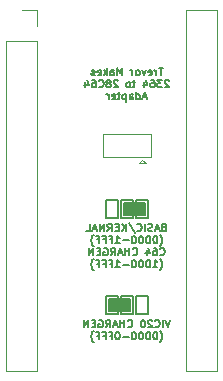
<source format=gbr>
%TF.GenerationSoftware,KiCad,Pcbnew,8.0.3*%
%TF.CreationDate,2024-06-13T03:25:15-07:00*%
%TF.ProjectId,rom adapter,726f6d20-6164-4617-9074-65722e6b6963,rev?*%
%TF.SameCoordinates,Original*%
%TF.FileFunction,Legend,Bot*%
%TF.FilePolarity,Positive*%
%FSLAX46Y46*%
G04 Gerber Fmt 4.6, Leading zero omitted, Abs format (unit mm)*
G04 Created by KiCad (PCBNEW 8.0.3) date 2024-06-13 03:25:15*
%MOMM*%
%LPD*%
G01*
G04 APERTURE LIST*
%ADD10C,0.150000*%
%ADD11C,0.120000*%
G04 APERTURE END LIST*
D10*
X132842000Y-99060000D02*
X133858000Y-99060000D01*
X133858000Y-100584000D01*
X132842000Y-100584000D01*
X132842000Y-99060000D01*
X133096000Y-91186000D02*
X134874000Y-91186000D01*
X134874000Y-92202000D01*
X133096000Y-92202000D01*
X133096000Y-91186000D01*
G36*
X133096000Y-91186000D02*
G01*
X134874000Y-91186000D01*
X134874000Y-92202000D01*
X133096000Y-92202000D01*
X133096000Y-91186000D01*
G37*
X134112000Y-90932000D02*
X135128000Y-90932000D01*
X135128000Y-92456000D01*
X134112000Y-92456000D01*
X134112000Y-90932000D01*
X134112000Y-99060000D02*
X135128000Y-99060000D01*
X135128000Y-100584000D01*
X134112000Y-100584000D01*
X134112000Y-99060000D01*
X131572000Y-90932000D02*
X132588000Y-90932000D01*
X132588000Y-92456000D01*
X131572000Y-92456000D01*
X131572000Y-90932000D01*
X132842000Y-90932000D02*
X133858000Y-90932000D01*
X133858000Y-92456000D01*
X132842000Y-92456000D01*
X132842000Y-90932000D01*
X131572000Y-99060000D02*
X132588000Y-99060000D01*
X132588000Y-100584000D01*
X131572000Y-100584000D01*
X131572000Y-99060000D01*
X131826000Y-99314000D02*
X133604000Y-99314000D01*
X133604000Y-100330000D01*
X131826000Y-100330000D01*
X131826000Y-99314000D01*
G36*
X131826000Y-99314000D02*
G01*
X133604000Y-99314000D01*
X133604000Y-100330000D01*
X131826000Y-100330000D01*
X131826000Y-99314000D01*
G37*
X136464523Y-93288927D02*
X136373809Y-93319165D01*
X136373809Y-93319165D02*
X136343571Y-93349403D01*
X136343571Y-93349403D02*
X136313333Y-93409879D01*
X136313333Y-93409879D02*
X136313333Y-93500593D01*
X136313333Y-93500593D02*
X136343571Y-93561069D01*
X136343571Y-93561069D02*
X136373809Y-93591308D01*
X136373809Y-93591308D02*
X136434285Y-93621546D01*
X136434285Y-93621546D02*
X136676190Y-93621546D01*
X136676190Y-93621546D02*
X136676190Y-92986546D01*
X136676190Y-92986546D02*
X136464523Y-92986546D01*
X136464523Y-92986546D02*
X136404047Y-93016784D01*
X136404047Y-93016784D02*
X136373809Y-93047022D01*
X136373809Y-93047022D02*
X136343571Y-93107498D01*
X136343571Y-93107498D02*
X136343571Y-93167974D01*
X136343571Y-93167974D02*
X136373809Y-93228450D01*
X136373809Y-93228450D02*
X136404047Y-93258688D01*
X136404047Y-93258688D02*
X136464523Y-93288927D01*
X136464523Y-93288927D02*
X136676190Y-93288927D01*
X136071428Y-93440117D02*
X135769047Y-93440117D01*
X136131904Y-93621546D02*
X135920238Y-92986546D01*
X135920238Y-92986546D02*
X135708571Y-93621546D01*
X135527142Y-93591308D02*
X135436428Y-93621546D01*
X135436428Y-93621546D02*
X135285237Y-93621546D01*
X135285237Y-93621546D02*
X135224761Y-93591308D01*
X135224761Y-93591308D02*
X135194523Y-93561069D01*
X135194523Y-93561069D02*
X135164285Y-93500593D01*
X135164285Y-93500593D02*
X135164285Y-93440117D01*
X135164285Y-93440117D02*
X135194523Y-93379641D01*
X135194523Y-93379641D02*
X135224761Y-93349403D01*
X135224761Y-93349403D02*
X135285237Y-93319165D01*
X135285237Y-93319165D02*
X135406190Y-93288927D01*
X135406190Y-93288927D02*
X135466666Y-93258688D01*
X135466666Y-93258688D02*
X135496904Y-93228450D01*
X135496904Y-93228450D02*
X135527142Y-93167974D01*
X135527142Y-93167974D02*
X135527142Y-93107498D01*
X135527142Y-93107498D02*
X135496904Y-93047022D01*
X135496904Y-93047022D02*
X135466666Y-93016784D01*
X135466666Y-93016784D02*
X135406190Y-92986546D01*
X135406190Y-92986546D02*
X135254999Y-92986546D01*
X135254999Y-92986546D02*
X135164285Y-93016784D01*
X134892142Y-93621546D02*
X134892142Y-92986546D01*
X134226904Y-93561069D02*
X134257142Y-93591308D01*
X134257142Y-93591308D02*
X134347856Y-93621546D01*
X134347856Y-93621546D02*
X134408332Y-93621546D01*
X134408332Y-93621546D02*
X134499047Y-93591308D01*
X134499047Y-93591308D02*
X134559523Y-93530831D01*
X134559523Y-93530831D02*
X134589761Y-93470355D01*
X134589761Y-93470355D02*
X134619999Y-93349403D01*
X134619999Y-93349403D02*
X134619999Y-93258688D01*
X134619999Y-93258688D02*
X134589761Y-93137736D01*
X134589761Y-93137736D02*
X134559523Y-93077260D01*
X134559523Y-93077260D02*
X134499047Y-93016784D01*
X134499047Y-93016784D02*
X134408332Y-92986546D01*
X134408332Y-92986546D02*
X134347856Y-92986546D01*
X134347856Y-92986546D02*
X134257142Y-93016784D01*
X134257142Y-93016784D02*
X134226904Y-93047022D01*
X133501190Y-92956308D02*
X134045475Y-93772736D01*
X133289523Y-93621546D02*
X133289523Y-92986546D01*
X132926666Y-93621546D02*
X133198809Y-93258688D01*
X132926666Y-92986546D02*
X133289523Y-93349403D01*
X132654523Y-93288927D02*
X132442856Y-93288927D01*
X132352142Y-93621546D02*
X132654523Y-93621546D01*
X132654523Y-93621546D02*
X132654523Y-92986546D01*
X132654523Y-92986546D02*
X132352142Y-92986546D01*
X131717142Y-93621546D02*
X131928809Y-93319165D01*
X132079999Y-93621546D02*
X132079999Y-92986546D01*
X132079999Y-92986546D02*
X131838094Y-92986546D01*
X131838094Y-92986546D02*
X131777618Y-93016784D01*
X131777618Y-93016784D02*
X131747380Y-93047022D01*
X131747380Y-93047022D02*
X131717142Y-93107498D01*
X131717142Y-93107498D02*
X131717142Y-93198212D01*
X131717142Y-93198212D02*
X131747380Y-93258688D01*
X131747380Y-93258688D02*
X131777618Y-93288927D01*
X131777618Y-93288927D02*
X131838094Y-93319165D01*
X131838094Y-93319165D02*
X132079999Y-93319165D01*
X131444999Y-93621546D02*
X131444999Y-92986546D01*
X131444999Y-92986546D02*
X131082142Y-93621546D01*
X131082142Y-93621546D02*
X131082142Y-92986546D01*
X130809999Y-93440117D02*
X130507618Y-93440117D01*
X130870475Y-93621546D02*
X130658809Y-92986546D01*
X130658809Y-92986546D02*
X130447142Y-93621546D01*
X129933094Y-93621546D02*
X130235475Y-93621546D01*
X130235475Y-93621546D02*
X130235475Y-92986546D01*
X136162142Y-94885764D02*
X136192381Y-94855526D01*
X136192381Y-94855526D02*
X136252857Y-94764812D01*
X136252857Y-94764812D02*
X136283095Y-94704336D01*
X136283095Y-94704336D02*
X136313333Y-94613622D01*
X136313333Y-94613622D02*
X136343571Y-94462431D01*
X136343571Y-94462431D02*
X136343571Y-94341479D01*
X136343571Y-94341479D02*
X136313333Y-94190288D01*
X136313333Y-94190288D02*
X136283095Y-94099574D01*
X136283095Y-94099574D02*
X136252857Y-94039098D01*
X136252857Y-94039098D02*
X136192381Y-93948383D01*
X136192381Y-93948383D02*
X136162142Y-93918145D01*
X135799286Y-94008860D02*
X135738809Y-94008860D01*
X135738809Y-94008860D02*
X135678333Y-94039098D01*
X135678333Y-94039098D02*
X135648095Y-94069336D01*
X135648095Y-94069336D02*
X135617857Y-94129812D01*
X135617857Y-94129812D02*
X135587619Y-94250764D01*
X135587619Y-94250764D02*
X135587619Y-94401955D01*
X135587619Y-94401955D02*
X135617857Y-94522907D01*
X135617857Y-94522907D02*
X135648095Y-94583383D01*
X135648095Y-94583383D02*
X135678333Y-94613622D01*
X135678333Y-94613622D02*
X135738809Y-94643860D01*
X135738809Y-94643860D02*
X135799286Y-94643860D01*
X135799286Y-94643860D02*
X135859762Y-94613622D01*
X135859762Y-94613622D02*
X135890000Y-94583383D01*
X135890000Y-94583383D02*
X135920238Y-94522907D01*
X135920238Y-94522907D02*
X135950476Y-94401955D01*
X135950476Y-94401955D02*
X135950476Y-94250764D01*
X135950476Y-94250764D02*
X135920238Y-94129812D01*
X135920238Y-94129812D02*
X135890000Y-94069336D01*
X135890000Y-94069336D02*
X135859762Y-94039098D01*
X135859762Y-94039098D02*
X135799286Y-94008860D01*
X135194524Y-94008860D02*
X135134047Y-94008860D01*
X135134047Y-94008860D02*
X135073571Y-94039098D01*
X135073571Y-94039098D02*
X135043333Y-94069336D01*
X135043333Y-94069336D02*
X135013095Y-94129812D01*
X135013095Y-94129812D02*
X134982857Y-94250764D01*
X134982857Y-94250764D02*
X134982857Y-94401955D01*
X134982857Y-94401955D02*
X135013095Y-94522907D01*
X135013095Y-94522907D02*
X135043333Y-94583383D01*
X135043333Y-94583383D02*
X135073571Y-94613622D01*
X135073571Y-94613622D02*
X135134047Y-94643860D01*
X135134047Y-94643860D02*
X135194524Y-94643860D01*
X135194524Y-94643860D02*
X135255000Y-94613622D01*
X135255000Y-94613622D02*
X135285238Y-94583383D01*
X135285238Y-94583383D02*
X135315476Y-94522907D01*
X135315476Y-94522907D02*
X135345714Y-94401955D01*
X135345714Y-94401955D02*
X135345714Y-94250764D01*
X135345714Y-94250764D02*
X135315476Y-94129812D01*
X135315476Y-94129812D02*
X135285238Y-94069336D01*
X135285238Y-94069336D02*
X135255000Y-94039098D01*
X135255000Y-94039098D02*
X135194524Y-94008860D01*
X134589762Y-94008860D02*
X134529285Y-94008860D01*
X134529285Y-94008860D02*
X134468809Y-94039098D01*
X134468809Y-94039098D02*
X134438571Y-94069336D01*
X134438571Y-94069336D02*
X134408333Y-94129812D01*
X134408333Y-94129812D02*
X134378095Y-94250764D01*
X134378095Y-94250764D02*
X134378095Y-94401955D01*
X134378095Y-94401955D02*
X134408333Y-94522907D01*
X134408333Y-94522907D02*
X134438571Y-94583383D01*
X134438571Y-94583383D02*
X134468809Y-94613622D01*
X134468809Y-94613622D02*
X134529285Y-94643860D01*
X134529285Y-94643860D02*
X134589762Y-94643860D01*
X134589762Y-94643860D02*
X134650238Y-94613622D01*
X134650238Y-94613622D02*
X134680476Y-94583383D01*
X134680476Y-94583383D02*
X134710714Y-94522907D01*
X134710714Y-94522907D02*
X134740952Y-94401955D01*
X134740952Y-94401955D02*
X134740952Y-94250764D01*
X134740952Y-94250764D02*
X134710714Y-94129812D01*
X134710714Y-94129812D02*
X134680476Y-94069336D01*
X134680476Y-94069336D02*
X134650238Y-94039098D01*
X134650238Y-94039098D02*
X134589762Y-94008860D01*
X133985000Y-94008860D02*
X133924523Y-94008860D01*
X133924523Y-94008860D02*
X133864047Y-94039098D01*
X133864047Y-94039098D02*
X133833809Y-94069336D01*
X133833809Y-94069336D02*
X133803571Y-94129812D01*
X133803571Y-94129812D02*
X133773333Y-94250764D01*
X133773333Y-94250764D02*
X133773333Y-94401955D01*
X133773333Y-94401955D02*
X133803571Y-94522907D01*
X133803571Y-94522907D02*
X133833809Y-94583383D01*
X133833809Y-94583383D02*
X133864047Y-94613622D01*
X133864047Y-94613622D02*
X133924523Y-94643860D01*
X133924523Y-94643860D02*
X133985000Y-94643860D01*
X133985000Y-94643860D02*
X134045476Y-94613622D01*
X134045476Y-94613622D02*
X134075714Y-94583383D01*
X134075714Y-94583383D02*
X134105952Y-94522907D01*
X134105952Y-94522907D02*
X134136190Y-94401955D01*
X134136190Y-94401955D02*
X134136190Y-94250764D01*
X134136190Y-94250764D02*
X134105952Y-94129812D01*
X134105952Y-94129812D02*
X134075714Y-94069336D01*
X134075714Y-94069336D02*
X134045476Y-94039098D01*
X134045476Y-94039098D02*
X133985000Y-94008860D01*
X133501190Y-94401955D02*
X133017381Y-94401955D01*
X132382381Y-94643860D02*
X132745238Y-94643860D01*
X132563810Y-94643860D02*
X132563810Y-94008860D01*
X132563810Y-94008860D02*
X132624286Y-94099574D01*
X132624286Y-94099574D02*
X132684762Y-94160050D01*
X132684762Y-94160050D02*
X132745238Y-94190288D01*
X131898571Y-94311241D02*
X132110238Y-94311241D01*
X132110238Y-94643860D02*
X132110238Y-94008860D01*
X132110238Y-94008860D02*
X131807857Y-94008860D01*
X131354285Y-94311241D02*
X131565952Y-94311241D01*
X131565952Y-94643860D02*
X131565952Y-94008860D01*
X131565952Y-94008860D02*
X131263571Y-94008860D01*
X130809999Y-94311241D02*
X131021666Y-94311241D01*
X131021666Y-94643860D02*
X131021666Y-94008860D01*
X131021666Y-94008860D02*
X130719285Y-94008860D01*
X130537856Y-94885764D02*
X130507618Y-94855526D01*
X130507618Y-94855526D02*
X130447142Y-94764812D01*
X130447142Y-94764812D02*
X130416904Y-94704336D01*
X130416904Y-94704336D02*
X130386666Y-94613622D01*
X130386666Y-94613622D02*
X130356428Y-94462431D01*
X130356428Y-94462431D02*
X130356428Y-94341479D01*
X130356428Y-94341479D02*
X130386666Y-94190288D01*
X130386666Y-94190288D02*
X130416904Y-94099574D01*
X130416904Y-94099574D02*
X130447142Y-94039098D01*
X130447142Y-94039098D02*
X130507618Y-93948383D01*
X130507618Y-93948383D02*
X130537856Y-93918145D01*
X136177262Y-95605697D02*
X136207500Y-95635936D01*
X136207500Y-95635936D02*
X136298214Y-95666174D01*
X136298214Y-95666174D02*
X136358690Y-95666174D01*
X136358690Y-95666174D02*
X136449405Y-95635936D01*
X136449405Y-95635936D02*
X136509881Y-95575459D01*
X136509881Y-95575459D02*
X136540119Y-95514983D01*
X136540119Y-95514983D02*
X136570357Y-95394031D01*
X136570357Y-95394031D02*
X136570357Y-95303316D01*
X136570357Y-95303316D02*
X136540119Y-95182364D01*
X136540119Y-95182364D02*
X136509881Y-95121888D01*
X136509881Y-95121888D02*
X136449405Y-95061412D01*
X136449405Y-95061412D02*
X136358690Y-95031174D01*
X136358690Y-95031174D02*
X136298214Y-95031174D01*
X136298214Y-95031174D02*
X136207500Y-95061412D01*
X136207500Y-95061412D02*
X136177262Y-95091650D01*
X135632976Y-95031174D02*
X135753929Y-95031174D01*
X135753929Y-95031174D02*
X135814405Y-95061412D01*
X135814405Y-95061412D02*
X135844643Y-95091650D01*
X135844643Y-95091650D02*
X135905119Y-95182364D01*
X135905119Y-95182364D02*
X135935357Y-95303316D01*
X135935357Y-95303316D02*
X135935357Y-95545221D01*
X135935357Y-95545221D02*
X135905119Y-95605697D01*
X135905119Y-95605697D02*
X135874881Y-95635936D01*
X135874881Y-95635936D02*
X135814405Y-95666174D01*
X135814405Y-95666174D02*
X135693452Y-95666174D01*
X135693452Y-95666174D02*
X135632976Y-95635936D01*
X135632976Y-95635936D02*
X135602738Y-95605697D01*
X135602738Y-95605697D02*
X135572500Y-95545221D01*
X135572500Y-95545221D02*
X135572500Y-95394031D01*
X135572500Y-95394031D02*
X135602738Y-95333555D01*
X135602738Y-95333555D02*
X135632976Y-95303316D01*
X135632976Y-95303316D02*
X135693452Y-95273078D01*
X135693452Y-95273078D02*
X135814405Y-95273078D01*
X135814405Y-95273078D02*
X135874881Y-95303316D01*
X135874881Y-95303316D02*
X135905119Y-95333555D01*
X135905119Y-95333555D02*
X135935357Y-95394031D01*
X135028214Y-95242840D02*
X135028214Y-95666174D01*
X135179405Y-95000936D02*
X135330595Y-95454507D01*
X135330595Y-95454507D02*
X134937500Y-95454507D01*
X133848928Y-95605697D02*
X133879166Y-95635936D01*
X133879166Y-95635936D02*
X133969880Y-95666174D01*
X133969880Y-95666174D02*
X134030356Y-95666174D01*
X134030356Y-95666174D02*
X134121071Y-95635936D01*
X134121071Y-95635936D02*
X134181547Y-95575459D01*
X134181547Y-95575459D02*
X134211785Y-95514983D01*
X134211785Y-95514983D02*
X134242023Y-95394031D01*
X134242023Y-95394031D02*
X134242023Y-95303316D01*
X134242023Y-95303316D02*
X134211785Y-95182364D01*
X134211785Y-95182364D02*
X134181547Y-95121888D01*
X134181547Y-95121888D02*
X134121071Y-95061412D01*
X134121071Y-95061412D02*
X134030356Y-95031174D01*
X134030356Y-95031174D02*
X133969880Y-95031174D01*
X133969880Y-95031174D02*
X133879166Y-95061412D01*
X133879166Y-95061412D02*
X133848928Y-95091650D01*
X133576785Y-95666174D02*
X133576785Y-95031174D01*
X133576785Y-95333555D02*
X133213928Y-95333555D01*
X133213928Y-95666174D02*
X133213928Y-95031174D01*
X132941785Y-95484745D02*
X132639404Y-95484745D01*
X133002261Y-95666174D02*
X132790595Y-95031174D01*
X132790595Y-95031174D02*
X132578928Y-95666174D01*
X132004404Y-95666174D02*
X132216071Y-95363793D01*
X132367261Y-95666174D02*
X132367261Y-95031174D01*
X132367261Y-95031174D02*
X132125356Y-95031174D01*
X132125356Y-95031174D02*
X132064880Y-95061412D01*
X132064880Y-95061412D02*
X132034642Y-95091650D01*
X132034642Y-95091650D02*
X132004404Y-95152126D01*
X132004404Y-95152126D02*
X132004404Y-95242840D01*
X132004404Y-95242840D02*
X132034642Y-95303316D01*
X132034642Y-95303316D02*
X132064880Y-95333555D01*
X132064880Y-95333555D02*
X132125356Y-95363793D01*
X132125356Y-95363793D02*
X132367261Y-95363793D01*
X131399642Y-95061412D02*
X131460118Y-95031174D01*
X131460118Y-95031174D02*
X131550832Y-95031174D01*
X131550832Y-95031174D02*
X131641547Y-95061412D01*
X131641547Y-95061412D02*
X131702023Y-95121888D01*
X131702023Y-95121888D02*
X131732261Y-95182364D01*
X131732261Y-95182364D02*
X131762499Y-95303316D01*
X131762499Y-95303316D02*
X131762499Y-95394031D01*
X131762499Y-95394031D02*
X131732261Y-95514983D01*
X131732261Y-95514983D02*
X131702023Y-95575459D01*
X131702023Y-95575459D02*
X131641547Y-95635936D01*
X131641547Y-95635936D02*
X131550832Y-95666174D01*
X131550832Y-95666174D02*
X131490356Y-95666174D01*
X131490356Y-95666174D02*
X131399642Y-95635936D01*
X131399642Y-95635936D02*
X131369404Y-95605697D01*
X131369404Y-95605697D02*
X131369404Y-95394031D01*
X131369404Y-95394031D02*
X131490356Y-95394031D01*
X131097261Y-95333555D02*
X130885594Y-95333555D01*
X130794880Y-95666174D02*
X131097261Y-95666174D01*
X131097261Y-95666174D02*
X131097261Y-95031174D01*
X131097261Y-95031174D02*
X130794880Y-95031174D01*
X130522737Y-95666174D02*
X130522737Y-95031174D01*
X130522737Y-95031174D02*
X130159880Y-95666174D01*
X130159880Y-95666174D02*
X130159880Y-95031174D01*
X136162142Y-96930392D02*
X136192381Y-96900154D01*
X136192381Y-96900154D02*
X136252857Y-96809440D01*
X136252857Y-96809440D02*
X136283095Y-96748964D01*
X136283095Y-96748964D02*
X136313333Y-96658250D01*
X136313333Y-96658250D02*
X136343571Y-96507059D01*
X136343571Y-96507059D02*
X136343571Y-96386107D01*
X136343571Y-96386107D02*
X136313333Y-96234916D01*
X136313333Y-96234916D02*
X136283095Y-96144202D01*
X136283095Y-96144202D02*
X136252857Y-96083726D01*
X136252857Y-96083726D02*
X136192381Y-95993011D01*
X136192381Y-95993011D02*
X136162142Y-95962773D01*
X135587619Y-96688488D02*
X135950476Y-96688488D01*
X135769048Y-96688488D02*
X135769048Y-96053488D01*
X135769048Y-96053488D02*
X135829524Y-96144202D01*
X135829524Y-96144202D02*
X135890000Y-96204678D01*
X135890000Y-96204678D02*
X135950476Y-96234916D01*
X135194524Y-96053488D02*
X135134047Y-96053488D01*
X135134047Y-96053488D02*
X135073571Y-96083726D01*
X135073571Y-96083726D02*
X135043333Y-96113964D01*
X135043333Y-96113964D02*
X135013095Y-96174440D01*
X135013095Y-96174440D02*
X134982857Y-96295392D01*
X134982857Y-96295392D02*
X134982857Y-96446583D01*
X134982857Y-96446583D02*
X135013095Y-96567535D01*
X135013095Y-96567535D02*
X135043333Y-96628011D01*
X135043333Y-96628011D02*
X135073571Y-96658250D01*
X135073571Y-96658250D02*
X135134047Y-96688488D01*
X135134047Y-96688488D02*
X135194524Y-96688488D01*
X135194524Y-96688488D02*
X135255000Y-96658250D01*
X135255000Y-96658250D02*
X135285238Y-96628011D01*
X135285238Y-96628011D02*
X135315476Y-96567535D01*
X135315476Y-96567535D02*
X135345714Y-96446583D01*
X135345714Y-96446583D02*
X135345714Y-96295392D01*
X135345714Y-96295392D02*
X135315476Y-96174440D01*
X135315476Y-96174440D02*
X135285238Y-96113964D01*
X135285238Y-96113964D02*
X135255000Y-96083726D01*
X135255000Y-96083726D02*
X135194524Y-96053488D01*
X134589762Y-96053488D02*
X134529285Y-96053488D01*
X134529285Y-96053488D02*
X134468809Y-96083726D01*
X134468809Y-96083726D02*
X134438571Y-96113964D01*
X134438571Y-96113964D02*
X134408333Y-96174440D01*
X134408333Y-96174440D02*
X134378095Y-96295392D01*
X134378095Y-96295392D02*
X134378095Y-96446583D01*
X134378095Y-96446583D02*
X134408333Y-96567535D01*
X134408333Y-96567535D02*
X134438571Y-96628011D01*
X134438571Y-96628011D02*
X134468809Y-96658250D01*
X134468809Y-96658250D02*
X134529285Y-96688488D01*
X134529285Y-96688488D02*
X134589762Y-96688488D01*
X134589762Y-96688488D02*
X134650238Y-96658250D01*
X134650238Y-96658250D02*
X134680476Y-96628011D01*
X134680476Y-96628011D02*
X134710714Y-96567535D01*
X134710714Y-96567535D02*
X134740952Y-96446583D01*
X134740952Y-96446583D02*
X134740952Y-96295392D01*
X134740952Y-96295392D02*
X134710714Y-96174440D01*
X134710714Y-96174440D02*
X134680476Y-96113964D01*
X134680476Y-96113964D02*
X134650238Y-96083726D01*
X134650238Y-96083726D02*
X134589762Y-96053488D01*
X133985000Y-96053488D02*
X133924523Y-96053488D01*
X133924523Y-96053488D02*
X133864047Y-96083726D01*
X133864047Y-96083726D02*
X133833809Y-96113964D01*
X133833809Y-96113964D02*
X133803571Y-96174440D01*
X133803571Y-96174440D02*
X133773333Y-96295392D01*
X133773333Y-96295392D02*
X133773333Y-96446583D01*
X133773333Y-96446583D02*
X133803571Y-96567535D01*
X133803571Y-96567535D02*
X133833809Y-96628011D01*
X133833809Y-96628011D02*
X133864047Y-96658250D01*
X133864047Y-96658250D02*
X133924523Y-96688488D01*
X133924523Y-96688488D02*
X133985000Y-96688488D01*
X133985000Y-96688488D02*
X134045476Y-96658250D01*
X134045476Y-96658250D02*
X134075714Y-96628011D01*
X134075714Y-96628011D02*
X134105952Y-96567535D01*
X134105952Y-96567535D02*
X134136190Y-96446583D01*
X134136190Y-96446583D02*
X134136190Y-96295392D01*
X134136190Y-96295392D02*
X134105952Y-96174440D01*
X134105952Y-96174440D02*
X134075714Y-96113964D01*
X134075714Y-96113964D02*
X134045476Y-96083726D01*
X134045476Y-96083726D02*
X133985000Y-96053488D01*
X133501190Y-96446583D02*
X133017381Y-96446583D01*
X132382381Y-96688488D02*
X132745238Y-96688488D01*
X132563810Y-96688488D02*
X132563810Y-96053488D01*
X132563810Y-96053488D02*
X132624286Y-96144202D01*
X132624286Y-96144202D02*
X132684762Y-96204678D01*
X132684762Y-96204678D02*
X132745238Y-96234916D01*
X131898571Y-96355869D02*
X132110238Y-96355869D01*
X132110238Y-96688488D02*
X132110238Y-96053488D01*
X132110238Y-96053488D02*
X131807857Y-96053488D01*
X131354285Y-96355869D02*
X131565952Y-96355869D01*
X131565952Y-96688488D02*
X131565952Y-96053488D01*
X131565952Y-96053488D02*
X131263571Y-96053488D01*
X130809999Y-96355869D02*
X131021666Y-96355869D01*
X131021666Y-96688488D02*
X131021666Y-96053488D01*
X131021666Y-96053488D02*
X130719285Y-96053488D01*
X130537856Y-96930392D02*
X130507618Y-96900154D01*
X130507618Y-96900154D02*
X130447142Y-96809440D01*
X130447142Y-96809440D02*
X130416904Y-96748964D01*
X130416904Y-96748964D02*
X130386666Y-96658250D01*
X130386666Y-96658250D02*
X130356428Y-96507059D01*
X130356428Y-96507059D02*
X130356428Y-96386107D01*
X130356428Y-96386107D02*
X130386666Y-96234916D01*
X130386666Y-96234916D02*
X130416904Y-96144202D01*
X130416904Y-96144202D02*
X130447142Y-96083726D01*
X130447142Y-96083726D02*
X130507618Y-95993011D01*
X130507618Y-95993011D02*
X130537856Y-95962773D01*
X137054166Y-101127174D02*
X136842500Y-101762174D01*
X136842500Y-101762174D02*
X136630833Y-101127174D01*
X136419166Y-101762174D02*
X136419166Y-101127174D01*
X135753928Y-101701697D02*
X135784166Y-101731936D01*
X135784166Y-101731936D02*
X135874880Y-101762174D01*
X135874880Y-101762174D02*
X135935356Y-101762174D01*
X135935356Y-101762174D02*
X136026071Y-101731936D01*
X136026071Y-101731936D02*
X136086547Y-101671459D01*
X136086547Y-101671459D02*
X136116785Y-101610983D01*
X136116785Y-101610983D02*
X136147023Y-101490031D01*
X136147023Y-101490031D02*
X136147023Y-101399316D01*
X136147023Y-101399316D02*
X136116785Y-101278364D01*
X136116785Y-101278364D02*
X136086547Y-101217888D01*
X136086547Y-101217888D02*
X136026071Y-101157412D01*
X136026071Y-101157412D02*
X135935356Y-101127174D01*
X135935356Y-101127174D02*
X135874880Y-101127174D01*
X135874880Y-101127174D02*
X135784166Y-101157412D01*
X135784166Y-101157412D02*
X135753928Y-101187650D01*
X135512023Y-101187650D02*
X135481785Y-101157412D01*
X135481785Y-101157412D02*
X135421309Y-101127174D01*
X135421309Y-101127174D02*
X135270118Y-101127174D01*
X135270118Y-101127174D02*
X135209642Y-101157412D01*
X135209642Y-101157412D02*
X135179404Y-101187650D01*
X135179404Y-101187650D02*
X135149166Y-101248126D01*
X135149166Y-101248126D02*
X135149166Y-101308602D01*
X135149166Y-101308602D02*
X135179404Y-101399316D01*
X135179404Y-101399316D02*
X135542261Y-101762174D01*
X135542261Y-101762174D02*
X135149166Y-101762174D01*
X134756071Y-101127174D02*
X134695594Y-101127174D01*
X134695594Y-101127174D02*
X134635118Y-101157412D01*
X134635118Y-101157412D02*
X134604880Y-101187650D01*
X134604880Y-101187650D02*
X134574642Y-101248126D01*
X134574642Y-101248126D02*
X134544404Y-101369078D01*
X134544404Y-101369078D02*
X134544404Y-101520269D01*
X134544404Y-101520269D02*
X134574642Y-101641221D01*
X134574642Y-101641221D02*
X134604880Y-101701697D01*
X134604880Y-101701697D02*
X134635118Y-101731936D01*
X134635118Y-101731936D02*
X134695594Y-101762174D01*
X134695594Y-101762174D02*
X134756071Y-101762174D01*
X134756071Y-101762174D02*
X134816547Y-101731936D01*
X134816547Y-101731936D02*
X134846785Y-101701697D01*
X134846785Y-101701697D02*
X134877023Y-101641221D01*
X134877023Y-101641221D02*
X134907261Y-101520269D01*
X134907261Y-101520269D02*
X134907261Y-101369078D01*
X134907261Y-101369078D02*
X134877023Y-101248126D01*
X134877023Y-101248126D02*
X134846785Y-101187650D01*
X134846785Y-101187650D02*
X134816547Y-101157412D01*
X134816547Y-101157412D02*
X134756071Y-101127174D01*
X133425594Y-101701697D02*
X133455832Y-101731936D01*
X133455832Y-101731936D02*
X133546546Y-101762174D01*
X133546546Y-101762174D02*
X133607022Y-101762174D01*
X133607022Y-101762174D02*
X133697737Y-101731936D01*
X133697737Y-101731936D02*
X133758213Y-101671459D01*
X133758213Y-101671459D02*
X133788451Y-101610983D01*
X133788451Y-101610983D02*
X133818689Y-101490031D01*
X133818689Y-101490031D02*
X133818689Y-101399316D01*
X133818689Y-101399316D02*
X133788451Y-101278364D01*
X133788451Y-101278364D02*
X133758213Y-101217888D01*
X133758213Y-101217888D02*
X133697737Y-101157412D01*
X133697737Y-101157412D02*
X133607022Y-101127174D01*
X133607022Y-101127174D02*
X133546546Y-101127174D01*
X133546546Y-101127174D02*
X133455832Y-101157412D01*
X133455832Y-101157412D02*
X133425594Y-101187650D01*
X133153451Y-101762174D02*
X133153451Y-101127174D01*
X133153451Y-101429555D02*
X132790594Y-101429555D01*
X132790594Y-101762174D02*
X132790594Y-101127174D01*
X132518451Y-101580745D02*
X132216070Y-101580745D01*
X132578927Y-101762174D02*
X132367261Y-101127174D01*
X132367261Y-101127174D02*
X132155594Y-101762174D01*
X131581070Y-101762174D02*
X131792737Y-101459793D01*
X131943927Y-101762174D02*
X131943927Y-101127174D01*
X131943927Y-101127174D02*
X131702022Y-101127174D01*
X131702022Y-101127174D02*
X131641546Y-101157412D01*
X131641546Y-101157412D02*
X131611308Y-101187650D01*
X131611308Y-101187650D02*
X131581070Y-101248126D01*
X131581070Y-101248126D02*
X131581070Y-101338840D01*
X131581070Y-101338840D02*
X131611308Y-101399316D01*
X131611308Y-101399316D02*
X131641546Y-101429555D01*
X131641546Y-101429555D02*
X131702022Y-101459793D01*
X131702022Y-101459793D02*
X131943927Y-101459793D01*
X130976308Y-101157412D02*
X131036784Y-101127174D01*
X131036784Y-101127174D02*
X131127498Y-101127174D01*
X131127498Y-101127174D02*
X131218213Y-101157412D01*
X131218213Y-101157412D02*
X131278689Y-101217888D01*
X131278689Y-101217888D02*
X131308927Y-101278364D01*
X131308927Y-101278364D02*
X131339165Y-101399316D01*
X131339165Y-101399316D02*
X131339165Y-101490031D01*
X131339165Y-101490031D02*
X131308927Y-101610983D01*
X131308927Y-101610983D02*
X131278689Y-101671459D01*
X131278689Y-101671459D02*
X131218213Y-101731936D01*
X131218213Y-101731936D02*
X131127498Y-101762174D01*
X131127498Y-101762174D02*
X131067022Y-101762174D01*
X131067022Y-101762174D02*
X130976308Y-101731936D01*
X130976308Y-101731936D02*
X130946070Y-101701697D01*
X130946070Y-101701697D02*
X130946070Y-101490031D01*
X130946070Y-101490031D02*
X131067022Y-101490031D01*
X130673927Y-101429555D02*
X130462260Y-101429555D01*
X130371546Y-101762174D02*
X130673927Y-101762174D01*
X130673927Y-101762174D02*
X130673927Y-101127174D01*
X130673927Y-101127174D02*
X130371546Y-101127174D01*
X130099403Y-101762174D02*
X130099403Y-101127174D01*
X130099403Y-101127174D02*
X129736546Y-101762174D01*
X129736546Y-101762174D02*
X129736546Y-101127174D01*
X136162142Y-103026392D02*
X136192381Y-102996154D01*
X136192381Y-102996154D02*
X136252857Y-102905440D01*
X136252857Y-102905440D02*
X136283095Y-102844964D01*
X136283095Y-102844964D02*
X136313333Y-102754250D01*
X136313333Y-102754250D02*
X136343571Y-102603059D01*
X136343571Y-102603059D02*
X136343571Y-102482107D01*
X136343571Y-102482107D02*
X136313333Y-102330916D01*
X136313333Y-102330916D02*
X136283095Y-102240202D01*
X136283095Y-102240202D02*
X136252857Y-102179726D01*
X136252857Y-102179726D02*
X136192381Y-102089011D01*
X136192381Y-102089011D02*
X136162142Y-102058773D01*
X135799286Y-102149488D02*
X135738809Y-102149488D01*
X135738809Y-102149488D02*
X135678333Y-102179726D01*
X135678333Y-102179726D02*
X135648095Y-102209964D01*
X135648095Y-102209964D02*
X135617857Y-102270440D01*
X135617857Y-102270440D02*
X135587619Y-102391392D01*
X135587619Y-102391392D02*
X135587619Y-102542583D01*
X135587619Y-102542583D02*
X135617857Y-102663535D01*
X135617857Y-102663535D02*
X135648095Y-102724011D01*
X135648095Y-102724011D02*
X135678333Y-102754250D01*
X135678333Y-102754250D02*
X135738809Y-102784488D01*
X135738809Y-102784488D02*
X135799286Y-102784488D01*
X135799286Y-102784488D02*
X135859762Y-102754250D01*
X135859762Y-102754250D02*
X135890000Y-102724011D01*
X135890000Y-102724011D02*
X135920238Y-102663535D01*
X135920238Y-102663535D02*
X135950476Y-102542583D01*
X135950476Y-102542583D02*
X135950476Y-102391392D01*
X135950476Y-102391392D02*
X135920238Y-102270440D01*
X135920238Y-102270440D02*
X135890000Y-102209964D01*
X135890000Y-102209964D02*
X135859762Y-102179726D01*
X135859762Y-102179726D02*
X135799286Y-102149488D01*
X135194524Y-102149488D02*
X135134047Y-102149488D01*
X135134047Y-102149488D02*
X135073571Y-102179726D01*
X135073571Y-102179726D02*
X135043333Y-102209964D01*
X135043333Y-102209964D02*
X135013095Y-102270440D01*
X135013095Y-102270440D02*
X134982857Y-102391392D01*
X134982857Y-102391392D02*
X134982857Y-102542583D01*
X134982857Y-102542583D02*
X135013095Y-102663535D01*
X135013095Y-102663535D02*
X135043333Y-102724011D01*
X135043333Y-102724011D02*
X135073571Y-102754250D01*
X135073571Y-102754250D02*
X135134047Y-102784488D01*
X135134047Y-102784488D02*
X135194524Y-102784488D01*
X135194524Y-102784488D02*
X135255000Y-102754250D01*
X135255000Y-102754250D02*
X135285238Y-102724011D01*
X135285238Y-102724011D02*
X135315476Y-102663535D01*
X135315476Y-102663535D02*
X135345714Y-102542583D01*
X135345714Y-102542583D02*
X135345714Y-102391392D01*
X135345714Y-102391392D02*
X135315476Y-102270440D01*
X135315476Y-102270440D02*
X135285238Y-102209964D01*
X135285238Y-102209964D02*
X135255000Y-102179726D01*
X135255000Y-102179726D02*
X135194524Y-102149488D01*
X134589762Y-102149488D02*
X134529285Y-102149488D01*
X134529285Y-102149488D02*
X134468809Y-102179726D01*
X134468809Y-102179726D02*
X134438571Y-102209964D01*
X134438571Y-102209964D02*
X134408333Y-102270440D01*
X134408333Y-102270440D02*
X134378095Y-102391392D01*
X134378095Y-102391392D02*
X134378095Y-102542583D01*
X134378095Y-102542583D02*
X134408333Y-102663535D01*
X134408333Y-102663535D02*
X134438571Y-102724011D01*
X134438571Y-102724011D02*
X134468809Y-102754250D01*
X134468809Y-102754250D02*
X134529285Y-102784488D01*
X134529285Y-102784488D02*
X134589762Y-102784488D01*
X134589762Y-102784488D02*
X134650238Y-102754250D01*
X134650238Y-102754250D02*
X134680476Y-102724011D01*
X134680476Y-102724011D02*
X134710714Y-102663535D01*
X134710714Y-102663535D02*
X134740952Y-102542583D01*
X134740952Y-102542583D02*
X134740952Y-102391392D01*
X134740952Y-102391392D02*
X134710714Y-102270440D01*
X134710714Y-102270440D02*
X134680476Y-102209964D01*
X134680476Y-102209964D02*
X134650238Y-102179726D01*
X134650238Y-102179726D02*
X134589762Y-102149488D01*
X133985000Y-102149488D02*
X133924523Y-102149488D01*
X133924523Y-102149488D02*
X133864047Y-102179726D01*
X133864047Y-102179726D02*
X133833809Y-102209964D01*
X133833809Y-102209964D02*
X133803571Y-102270440D01*
X133803571Y-102270440D02*
X133773333Y-102391392D01*
X133773333Y-102391392D02*
X133773333Y-102542583D01*
X133773333Y-102542583D02*
X133803571Y-102663535D01*
X133803571Y-102663535D02*
X133833809Y-102724011D01*
X133833809Y-102724011D02*
X133864047Y-102754250D01*
X133864047Y-102754250D02*
X133924523Y-102784488D01*
X133924523Y-102784488D02*
X133985000Y-102784488D01*
X133985000Y-102784488D02*
X134045476Y-102754250D01*
X134045476Y-102754250D02*
X134075714Y-102724011D01*
X134075714Y-102724011D02*
X134105952Y-102663535D01*
X134105952Y-102663535D02*
X134136190Y-102542583D01*
X134136190Y-102542583D02*
X134136190Y-102391392D01*
X134136190Y-102391392D02*
X134105952Y-102270440D01*
X134105952Y-102270440D02*
X134075714Y-102209964D01*
X134075714Y-102209964D02*
X134045476Y-102179726D01*
X134045476Y-102179726D02*
X133985000Y-102149488D01*
X133501190Y-102542583D02*
X133017381Y-102542583D01*
X132594048Y-102149488D02*
X132533571Y-102149488D01*
X132533571Y-102149488D02*
X132473095Y-102179726D01*
X132473095Y-102179726D02*
X132442857Y-102209964D01*
X132442857Y-102209964D02*
X132412619Y-102270440D01*
X132412619Y-102270440D02*
X132382381Y-102391392D01*
X132382381Y-102391392D02*
X132382381Y-102542583D01*
X132382381Y-102542583D02*
X132412619Y-102663535D01*
X132412619Y-102663535D02*
X132442857Y-102724011D01*
X132442857Y-102724011D02*
X132473095Y-102754250D01*
X132473095Y-102754250D02*
X132533571Y-102784488D01*
X132533571Y-102784488D02*
X132594048Y-102784488D01*
X132594048Y-102784488D02*
X132654524Y-102754250D01*
X132654524Y-102754250D02*
X132684762Y-102724011D01*
X132684762Y-102724011D02*
X132715000Y-102663535D01*
X132715000Y-102663535D02*
X132745238Y-102542583D01*
X132745238Y-102542583D02*
X132745238Y-102391392D01*
X132745238Y-102391392D02*
X132715000Y-102270440D01*
X132715000Y-102270440D02*
X132684762Y-102209964D01*
X132684762Y-102209964D02*
X132654524Y-102179726D01*
X132654524Y-102179726D02*
X132594048Y-102149488D01*
X131898571Y-102451869D02*
X132110238Y-102451869D01*
X132110238Y-102784488D02*
X132110238Y-102149488D01*
X132110238Y-102149488D02*
X131807857Y-102149488D01*
X131354285Y-102451869D02*
X131565952Y-102451869D01*
X131565952Y-102784488D02*
X131565952Y-102149488D01*
X131565952Y-102149488D02*
X131263571Y-102149488D01*
X130809999Y-102451869D02*
X131021666Y-102451869D01*
X131021666Y-102784488D02*
X131021666Y-102149488D01*
X131021666Y-102149488D02*
X130719285Y-102149488D01*
X130537856Y-103026392D02*
X130507618Y-102996154D01*
X130507618Y-102996154D02*
X130447142Y-102905440D01*
X130447142Y-102905440D02*
X130416904Y-102844964D01*
X130416904Y-102844964D02*
X130386666Y-102754250D01*
X130386666Y-102754250D02*
X130356428Y-102603059D01*
X130356428Y-102603059D02*
X130356428Y-102482107D01*
X130356428Y-102482107D02*
X130386666Y-102330916D01*
X130386666Y-102330916D02*
X130416904Y-102240202D01*
X130416904Y-102240202D02*
X130447142Y-102179726D01*
X130447142Y-102179726D02*
X130507618Y-102089011D01*
X130507618Y-102089011D02*
X130537856Y-102058773D01*
X136404048Y-79784860D02*
X136041191Y-79784860D01*
X136222620Y-80419860D02*
X136222620Y-79784860D01*
X135829524Y-80419860D02*
X135829524Y-79996526D01*
X135829524Y-80117479D02*
X135799286Y-80057002D01*
X135799286Y-80057002D02*
X135769048Y-80026764D01*
X135769048Y-80026764D02*
X135708572Y-79996526D01*
X135708572Y-79996526D02*
X135648095Y-79996526D01*
X135194524Y-80389622D02*
X135255000Y-80419860D01*
X135255000Y-80419860D02*
X135375953Y-80419860D01*
X135375953Y-80419860D02*
X135436429Y-80389622D01*
X135436429Y-80389622D02*
X135466667Y-80329145D01*
X135466667Y-80329145D02*
X135466667Y-80087241D01*
X135466667Y-80087241D02*
X135436429Y-80026764D01*
X135436429Y-80026764D02*
X135375953Y-79996526D01*
X135375953Y-79996526D02*
X135255000Y-79996526D01*
X135255000Y-79996526D02*
X135194524Y-80026764D01*
X135194524Y-80026764D02*
X135164286Y-80087241D01*
X135164286Y-80087241D02*
X135164286Y-80147717D01*
X135164286Y-80147717D02*
X135466667Y-80208193D01*
X134952619Y-79996526D02*
X134801429Y-80419860D01*
X134801429Y-80419860D02*
X134650238Y-79996526D01*
X134317619Y-80419860D02*
X134378095Y-80389622D01*
X134378095Y-80389622D02*
X134408333Y-80359383D01*
X134408333Y-80359383D02*
X134438571Y-80298907D01*
X134438571Y-80298907D02*
X134438571Y-80117479D01*
X134438571Y-80117479D02*
X134408333Y-80057002D01*
X134408333Y-80057002D02*
X134378095Y-80026764D01*
X134378095Y-80026764D02*
X134317619Y-79996526D01*
X134317619Y-79996526D02*
X134226904Y-79996526D01*
X134226904Y-79996526D02*
X134166428Y-80026764D01*
X134166428Y-80026764D02*
X134136190Y-80057002D01*
X134136190Y-80057002D02*
X134105952Y-80117479D01*
X134105952Y-80117479D02*
X134105952Y-80298907D01*
X134105952Y-80298907D02*
X134136190Y-80359383D01*
X134136190Y-80359383D02*
X134166428Y-80389622D01*
X134166428Y-80389622D02*
X134226904Y-80419860D01*
X134226904Y-80419860D02*
X134317619Y-80419860D01*
X133833809Y-80419860D02*
X133833809Y-79996526D01*
X133833809Y-80117479D02*
X133803571Y-80057002D01*
X133803571Y-80057002D02*
X133773333Y-80026764D01*
X133773333Y-80026764D02*
X133712857Y-79996526D01*
X133712857Y-79996526D02*
X133652380Y-79996526D01*
X132956904Y-80419860D02*
X132956904Y-79784860D01*
X132956904Y-79784860D02*
X132745237Y-80238431D01*
X132745237Y-80238431D02*
X132533571Y-79784860D01*
X132533571Y-79784860D02*
X132533571Y-80419860D01*
X131959047Y-80419860D02*
X131959047Y-80087241D01*
X131959047Y-80087241D02*
X131989285Y-80026764D01*
X131989285Y-80026764D02*
X132049761Y-79996526D01*
X132049761Y-79996526D02*
X132170714Y-79996526D01*
X132170714Y-79996526D02*
X132231190Y-80026764D01*
X131959047Y-80389622D02*
X132019523Y-80419860D01*
X132019523Y-80419860D02*
X132170714Y-80419860D01*
X132170714Y-80419860D02*
X132231190Y-80389622D01*
X132231190Y-80389622D02*
X132261428Y-80329145D01*
X132261428Y-80329145D02*
X132261428Y-80268669D01*
X132261428Y-80268669D02*
X132231190Y-80208193D01*
X132231190Y-80208193D02*
X132170714Y-80177955D01*
X132170714Y-80177955D02*
X132019523Y-80177955D01*
X132019523Y-80177955D02*
X131959047Y-80147717D01*
X131656666Y-80419860D02*
X131656666Y-79784860D01*
X131596190Y-80177955D02*
X131414761Y-80419860D01*
X131414761Y-79996526D02*
X131656666Y-80238431D01*
X130900713Y-80389622D02*
X130961189Y-80419860D01*
X130961189Y-80419860D02*
X131082142Y-80419860D01*
X131082142Y-80419860D02*
X131142618Y-80389622D01*
X131142618Y-80389622D02*
X131172856Y-80329145D01*
X131172856Y-80329145D02*
X131172856Y-80087241D01*
X131172856Y-80087241D02*
X131142618Y-80026764D01*
X131142618Y-80026764D02*
X131082142Y-79996526D01*
X131082142Y-79996526D02*
X130961189Y-79996526D01*
X130961189Y-79996526D02*
X130900713Y-80026764D01*
X130900713Y-80026764D02*
X130870475Y-80087241D01*
X130870475Y-80087241D02*
X130870475Y-80147717D01*
X130870475Y-80147717D02*
X131172856Y-80208193D01*
X130628570Y-80389622D02*
X130568094Y-80419860D01*
X130568094Y-80419860D02*
X130447142Y-80419860D01*
X130447142Y-80419860D02*
X130386665Y-80389622D01*
X130386665Y-80389622D02*
X130356427Y-80329145D01*
X130356427Y-80329145D02*
X130356427Y-80298907D01*
X130356427Y-80298907D02*
X130386665Y-80238431D01*
X130386665Y-80238431D02*
X130447142Y-80208193D01*
X130447142Y-80208193D02*
X130537856Y-80208193D01*
X130537856Y-80208193D02*
X130598332Y-80177955D01*
X130598332Y-80177955D02*
X130628570Y-80117479D01*
X130628570Y-80117479D02*
X130628570Y-80087241D01*
X130628570Y-80087241D02*
X130598332Y-80026764D01*
X130598332Y-80026764D02*
X130537856Y-79996526D01*
X130537856Y-79996526D02*
X130447142Y-79996526D01*
X130447142Y-79996526D02*
X130386665Y-80026764D01*
X136918095Y-80867650D02*
X136887857Y-80837412D01*
X136887857Y-80837412D02*
X136827381Y-80807174D01*
X136827381Y-80807174D02*
X136676190Y-80807174D01*
X136676190Y-80807174D02*
X136615714Y-80837412D01*
X136615714Y-80837412D02*
X136585476Y-80867650D01*
X136585476Y-80867650D02*
X136555238Y-80928126D01*
X136555238Y-80928126D02*
X136555238Y-80988602D01*
X136555238Y-80988602D02*
X136585476Y-81079316D01*
X136585476Y-81079316D02*
X136948333Y-81442174D01*
X136948333Y-81442174D02*
X136555238Y-81442174D01*
X136343571Y-80807174D02*
X135950476Y-80807174D01*
X135950476Y-80807174D02*
X136162143Y-81049078D01*
X136162143Y-81049078D02*
X136071428Y-81049078D01*
X136071428Y-81049078D02*
X136010952Y-81079316D01*
X136010952Y-81079316D02*
X135980714Y-81109555D01*
X135980714Y-81109555D02*
X135950476Y-81170031D01*
X135950476Y-81170031D02*
X135950476Y-81321221D01*
X135950476Y-81321221D02*
X135980714Y-81381697D01*
X135980714Y-81381697D02*
X136010952Y-81411936D01*
X136010952Y-81411936D02*
X136071428Y-81442174D01*
X136071428Y-81442174D02*
X136252857Y-81442174D01*
X136252857Y-81442174D02*
X136313333Y-81411936D01*
X136313333Y-81411936D02*
X136343571Y-81381697D01*
X135406190Y-80807174D02*
X135527143Y-80807174D01*
X135527143Y-80807174D02*
X135587619Y-80837412D01*
X135587619Y-80837412D02*
X135617857Y-80867650D01*
X135617857Y-80867650D02*
X135678333Y-80958364D01*
X135678333Y-80958364D02*
X135708571Y-81079316D01*
X135708571Y-81079316D02*
X135708571Y-81321221D01*
X135708571Y-81321221D02*
X135678333Y-81381697D01*
X135678333Y-81381697D02*
X135648095Y-81411936D01*
X135648095Y-81411936D02*
X135587619Y-81442174D01*
X135587619Y-81442174D02*
X135466666Y-81442174D01*
X135466666Y-81442174D02*
X135406190Y-81411936D01*
X135406190Y-81411936D02*
X135375952Y-81381697D01*
X135375952Y-81381697D02*
X135345714Y-81321221D01*
X135345714Y-81321221D02*
X135345714Y-81170031D01*
X135345714Y-81170031D02*
X135375952Y-81109555D01*
X135375952Y-81109555D02*
X135406190Y-81079316D01*
X135406190Y-81079316D02*
X135466666Y-81049078D01*
X135466666Y-81049078D02*
X135587619Y-81049078D01*
X135587619Y-81049078D02*
X135648095Y-81079316D01*
X135648095Y-81079316D02*
X135678333Y-81109555D01*
X135678333Y-81109555D02*
X135708571Y-81170031D01*
X134801428Y-81018840D02*
X134801428Y-81442174D01*
X134952619Y-80776936D02*
X135103809Y-81230507D01*
X135103809Y-81230507D02*
X134710714Y-81230507D01*
X134075713Y-81018840D02*
X133833809Y-81018840D01*
X133984999Y-80807174D02*
X133984999Y-81351459D01*
X133984999Y-81351459D02*
X133954761Y-81411936D01*
X133954761Y-81411936D02*
X133894285Y-81442174D01*
X133894285Y-81442174D02*
X133833809Y-81442174D01*
X133531428Y-81442174D02*
X133591904Y-81411936D01*
X133591904Y-81411936D02*
X133622142Y-81381697D01*
X133622142Y-81381697D02*
X133652380Y-81321221D01*
X133652380Y-81321221D02*
X133652380Y-81139793D01*
X133652380Y-81139793D02*
X133622142Y-81079316D01*
X133622142Y-81079316D02*
X133591904Y-81049078D01*
X133591904Y-81049078D02*
X133531428Y-81018840D01*
X133531428Y-81018840D02*
X133440713Y-81018840D01*
X133440713Y-81018840D02*
X133380237Y-81049078D01*
X133380237Y-81049078D02*
X133349999Y-81079316D01*
X133349999Y-81079316D02*
X133319761Y-81139793D01*
X133319761Y-81139793D02*
X133319761Y-81321221D01*
X133319761Y-81321221D02*
X133349999Y-81381697D01*
X133349999Y-81381697D02*
X133380237Y-81411936D01*
X133380237Y-81411936D02*
X133440713Y-81442174D01*
X133440713Y-81442174D02*
X133531428Y-81442174D01*
X132594046Y-80867650D02*
X132563808Y-80837412D01*
X132563808Y-80837412D02*
X132503332Y-80807174D01*
X132503332Y-80807174D02*
X132352141Y-80807174D01*
X132352141Y-80807174D02*
X132291665Y-80837412D01*
X132291665Y-80837412D02*
X132261427Y-80867650D01*
X132261427Y-80867650D02*
X132231189Y-80928126D01*
X132231189Y-80928126D02*
X132231189Y-80988602D01*
X132231189Y-80988602D02*
X132261427Y-81079316D01*
X132261427Y-81079316D02*
X132624284Y-81442174D01*
X132624284Y-81442174D02*
X132231189Y-81442174D01*
X131868332Y-81079316D02*
X131928808Y-81049078D01*
X131928808Y-81049078D02*
X131959046Y-81018840D01*
X131959046Y-81018840D02*
X131989284Y-80958364D01*
X131989284Y-80958364D02*
X131989284Y-80928126D01*
X131989284Y-80928126D02*
X131959046Y-80867650D01*
X131959046Y-80867650D02*
X131928808Y-80837412D01*
X131928808Y-80837412D02*
X131868332Y-80807174D01*
X131868332Y-80807174D02*
X131747379Y-80807174D01*
X131747379Y-80807174D02*
X131686903Y-80837412D01*
X131686903Y-80837412D02*
X131656665Y-80867650D01*
X131656665Y-80867650D02*
X131626427Y-80928126D01*
X131626427Y-80928126D02*
X131626427Y-80958364D01*
X131626427Y-80958364D02*
X131656665Y-81018840D01*
X131656665Y-81018840D02*
X131686903Y-81049078D01*
X131686903Y-81049078D02*
X131747379Y-81079316D01*
X131747379Y-81079316D02*
X131868332Y-81079316D01*
X131868332Y-81079316D02*
X131928808Y-81109555D01*
X131928808Y-81109555D02*
X131959046Y-81139793D01*
X131959046Y-81139793D02*
X131989284Y-81200269D01*
X131989284Y-81200269D02*
X131989284Y-81321221D01*
X131989284Y-81321221D02*
X131959046Y-81381697D01*
X131959046Y-81381697D02*
X131928808Y-81411936D01*
X131928808Y-81411936D02*
X131868332Y-81442174D01*
X131868332Y-81442174D02*
X131747379Y-81442174D01*
X131747379Y-81442174D02*
X131686903Y-81411936D01*
X131686903Y-81411936D02*
X131656665Y-81381697D01*
X131656665Y-81381697D02*
X131626427Y-81321221D01*
X131626427Y-81321221D02*
X131626427Y-81200269D01*
X131626427Y-81200269D02*
X131656665Y-81139793D01*
X131656665Y-81139793D02*
X131686903Y-81109555D01*
X131686903Y-81109555D02*
X131747379Y-81079316D01*
X130991427Y-81381697D02*
X131021665Y-81411936D01*
X131021665Y-81411936D02*
X131112379Y-81442174D01*
X131112379Y-81442174D02*
X131172855Y-81442174D01*
X131172855Y-81442174D02*
X131263570Y-81411936D01*
X131263570Y-81411936D02*
X131324046Y-81351459D01*
X131324046Y-81351459D02*
X131354284Y-81290983D01*
X131354284Y-81290983D02*
X131384522Y-81170031D01*
X131384522Y-81170031D02*
X131384522Y-81079316D01*
X131384522Y-81079316D02*
X131354284Y-80958364D01*
X131354284Y-80958364D02*
X131324046Y-80897888D01*
X131324046Y-80897888D02*
X131263570Y-80837412D01*
X131263570Y-80837412D02*
X131172855Y-80807174D01*
X131172855Y-80807174D02*
X131112379Y-80807174D01*
X131112379Y-80807174D02*
X131021665Y-80837412D01*
X131021665Y-80837412D02*
X130991427Y-80867650D01*
X130447141Y-80807174D02*
X130568094Y-80807174D01*
X130568094Y-80807174D02*
X130628570Y-80837412D01*
X130628570Y-80837412D02*
X130658808Y-80867650D01*
X130658808Y-80867650D02*
X130719284Y-80958364D01*
X130719284Y-80958364D02*
X130749522Y-81079316D01*
X130749522Y-81079316D02*
X130749522Y-81321221D01*
X130749522Y-81321221D02*
X130719284Y-81381697D01*
X130719284Y-81381697D02*
X130689046Y-81411936D01*
X130689046Y-81411936D02*
X130628570Y-81442174D01*
X130628570Y-81442174D02*
X130507617Y-81442174D01*
X130507617Y-81442174D02*
X130447141Y-81411936D01*
X130447141Y-81411936D02*
X130416903Y-81381697D01*
X130416903Y-81381697D02*
X130386665Y-81321221D01*
X130386665Y-81321221D02*
X130386665Y-81170031D01*
X130386665Y-81170031D02*
X130416903Y-81109555D01*
X130416903Y-81109555D02*
X130447141Y-81079316D01*
X130447141Y-81079316D02*
X130507617Y-81049078D01*
X130507617Y-81049078D02*
X130628570Y-81049078D01*
X130628570Y-81049078D02*
X130689046Y-81079316D01*
X130689046Y-81079316D02*
X130719284Y-81109555D01*
X130719284Y-81109555D02*
X130749522Y-81170031D01*
X129842379Y-81018840D02*
X129842379Y-81442174D01*
X129993570Y-80776936D02*
X130144760Y-81230507D01*
X130144760Y-81230507D02*
X129751665Y-81230507D01*
X135013095Y-82283059D02*
X134710714Y-82283059D01*
X135073571Y-82464488D02*
X134861905Y-81829488D01*
X134861905Y-81829488D02*
X134650238Y-82464488D01*
X134166428Y-82464488D02*
X134166428Y-81829488D01*
X134166428Y-82434250D02*
X134226904Y-82464488D01*
X134226904Y-82464488D02*
X134347857Y-82464488D01*
X134347857Y-82464488D02*
X134408333Y-82434250D01*
X134408333Y-82434250D02*
X134438571Y-82404011D01*
X134438571Y-82404011D02*
X134468809Y-82343535D01*
X134468809Y-82343535D02*
X134468809Y-82162107D01*
X134468809Y-82162107D02*
X134438571Y-82101630D01*
X134438571Y-82101630D02*
X134408333Y-82071392D01*
X134408333Y-82071392D02*
X134347857Y-82041154D01*
X134347857Y-82041154D02*
X134226904Y-82041154D01*
X134226904Y-82041154D02*
X134166428Y-82071392D01*
X133591904Y-82464488D02*
X133591904Y-82131869D01*
X133591904Y-82131869D02*
X133622142Y-82071392D01*
X133622142Y-82071392D02*
X133682618Y-82041154D01*
X133682618Y-82041154D02*
X133803571Y-82041154D01*
X133803571Y-82041154D02*
X133864047Y-82071392D01*
X133591904Y-82434250D02*
X133652380Y-82464488D01*
X133652380Y-82464488D02*
X133803571Y-82464488D01*
X133803571Y-82464488D02*
X133864047Y-82434250D01*
X133864047Y-82434250D02*
X133894285Y-82373773D01*
X133894285Y-82373773D02*
X133894285Y-82313297D01*
X133894285Y-82313297D02*
X133864047Y-82252821D01*
X133864047Y-82252821D02*
X133803571Y-82222583D01*
X133803571Y-82222583D02*
X133652380Y-82222583D01*
X133652380Y-82222583D02*
X133591904Y-82192345D01*
X133289523Y-82041154D02*
X133289523Y-82676154D01*
X133289523Y-82071392D02*
X133229047Y-82041154D01*
X133229047Y-82041154D02*
X133108094Y-82041154D01*
X133108094Y-82041154D02*
X133047618Y-82071392D01*
X133047618Y-82071392D02*
X133017380Y-82101630D01*
X133017380Y-82101630D02*
X132987142Y-82162107D01*
X132987142Y-82162107D02*
X132987142Y-82343535D01*
X132987142Y-82343535D02*
X133017380Y-82404011D01*
X133017380Y-82404011D02*
X133047618Y-82434250D01*
X133047618Y-82434250D02*
X133108094Y-82464488D01*
X133108094Y-82464488D02*
X133229047Y-82464488D01*
X133229047Y-82464488D02*
X133289523Y-82434250D01*
X132805713Y-82041154D02*
X132563809Y-82041154D01*
X132714999Y-81829488D02*
X132714999Y-82373773D01*
X132714999Y-82373773D02*
X132684761Y-82434250D01*
X132684761Y-82434250D02*
X132624285Y-82464488D01*
X132624285Y-82464488D02*
X132563809Y-82464488D01*
X132110237Y-82434250D02*
X132170713Y-82464488D01*
X132170713Y-82464488D02*
X132291666Y-82464488D01*
X132291666Y-82464488D02*
X132352142Y-82434250D01*
X132352142Y-82434250D02*
X132382380Y-82373773D01*
X132382380Y-82373773D02*
X132382380Y-82131869D01*
X132382380Y-82131869D02*
X132352142Y-82071392D01*
X132352142Y-82071392D02*
X132291666Y-82041154D01*
X132291666Y-82041154D02*
X132170713Y-82041154D01*
X132170713Y-82041154D02*
X132110237Y-82071392D01*
X132110237Y-82071392D02*
X132079999Y-82131869D01*
X132079999Y-82131869D02*
X132079999Y-82192345D01*
X132079999Y-82192345D02*
X132382380Y-82252821D01*
X131807856Y-82464488D02*
X131807856Y-82041154D01*
X131807856Y-82162107D02*
X131777618Y-82101630D01*
X131777618Y-82101630D02*
X131747380Y-82071392D01*
X131747380Y-82071392D02*
X131686904Y-82041154D01*
X131686904Y-82041154D02*
X131626427Y-82041154D01*
D11*
%TO.C,U2*%
X123130000Y-77470000D02*
X125790000Y-77470000D01*
X123130000Y-105470000D02*
X123130000Y-77470000D01*
X123130000Y-105470000D02*
X125790000Y-105470000D01*
X124460000Y-74870000D02*
X125790000Y-74870000D01*
X125790000Y-74870000D02*
X125790000Y-76200000D01*
X125790000Y-105470000D02*
X125790000Y-77470000D01*
X138370000Y-74870000D02*
X141030000Y-74870000D01*
X138370000Y-105470000D02*
X138370000Y-74870000D01*
X138370000Y-105470000D02*
X141030000Y-105470000D01*
X141030000Y-105470000D02*
X141030000Y-74870000D01*
%TO.C,JP1*%
X131300000Y-85360000D02*
X135400000Y-85360000D01*
X131300000Y-87360000D02*
X131300000Y-85360000D01*
X134350000Y-87860000D02*
X134650000Y-87560000D01*
X134350000Y-87860000D02*
X134950000Y-87860000D01*
X134950000Y-87860000D02*
X134650000Y-87560000D01*
X135400000Y-85360000D02*
X135400000Y-87360000D01*
X135400000Y-87360000D02*
X131300000Y-87360000D01*
%TD*%
M02*

</source>
